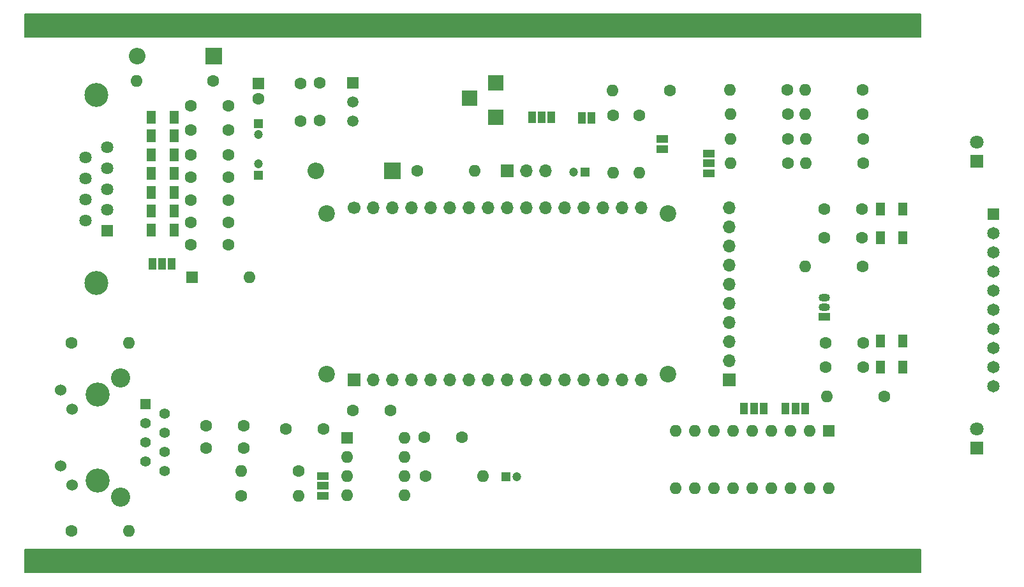
<source format=gbr>
G04 #@! TF.GenerationSoftware,KiCad,Pcbnew,(6.0.0)*
G04 #@! TF.CreationDate,2022-02-05T21:05:29-08:00*
G04 #@! TF.ProjectId,Duo2_Direwolf,44756f32-5f44-4697-9265-776f6c662e6b,rev?*
G04 #@! TF.SameCoordinates,Original*
G04 #@! TF.FileFunction,Soldermask,Top*
G04 #@! TF.FilePolarity,Negative*
%FSLAX46Y46*%
G04 Gerber Fmt 4.6, Leading zero omitted, Abs format (unit mm)*
G04 Created by KiCad (PCBNEW (6.0.0)) date 2022-02-05 21:05:29*
%MOMM*%
%LPD*%
G01*
G04 APERTURE LIST*
%ADD10C,0.150000*%
%ADD11R,1.600000X1.600000*%
%ADD12O,1.600000X1.600000*%
%ADD13C,1.600000*%
%ADD14R,1.150000X1.800000*%
%ADD15R,1.700000X1.700000*%
%ADD16O,1.700000X1.700000*%
%ADD17R,2.000000X2.000000*%
%ADD18R,1.508000X1.508000*%
%ADD19C,1.508000*%
%ADD20R,1.650000X1.650000*%
%ADD21C,1.650000*%
%ADD22R,1.800000X1.800000*%
%ADD23C,1.800000*%
%ADD24C,2.200000*%
%ADD25C,1.700000*%
%ADD26R,1.500000X1.000000*%
%ADD27R,2.200000X2.200000*%
%ADD28O,2.200000X2.200000*%
%ADD29C,3.200000*%
%ADD30R,1.400000X1.400000*%
%ADD31C,1.400000*%
%ADD32C,1.530000*%
%ADD33C,2.550000*%
%ADD34R,1.200000X1.200000*%
%ADD35C,1.200000*%
%ADD36R,1.000000X1.500000*%
%ADD37R,1.500000X1.050000*%
%ADD38O,1.500000X1.050000*%
%ADD39C,3.180000*%
%ADD40R,1.635000X1.635000*%
%ADD41C,1.635000*%
G04 APERTURE END LIST*
D10*
X50000000Y-75832000D02*
X168872000Y-75832000D01*
X168872000Y-75832000D02*
X168872000Y-78880000D01*
X168872000Y-78880000D02*
X50000000Y-78880000D01*
X50000000Y-78880000D02*
X50000000Y-75832000D01*
G36*
X50000000Y-75832000D02*
G01*
X168872000Y-75832000D01*
X168872000Y-78880000D01*
X50000000Y-78880000D01*
X50000000Y-75832000D01*
G37*
X50000000Y-150000000D02*
X168872000Y-150000000D01*
X168872000Y-150000000D02*
X168872000Y-146952000D01*
X168872000Y-146952000D02*
X50000000Y-146952000D01*
X50000000Y-146952000D02*
X50000000Y-150000000D01*
G36*
X50000000Y-150000000D02*
G01*
X168872000Y-150000000D01*
X168872000Y-146952000D01*
X50000000Y-146952000D01*
X50000000Y-150000000D01*
G37*
D11*
X92720000Y-132090000D03*
D12*
X92720000Y-134630000D03*
X92720000Y-137170000D03*
X92720000Y-139710000D03*
X100340000Y-139710000D03*
X100340000Y-137170000D03*
X100340000Y-134630000D03*
X100340000Y-132090000D03*
D13*
X161252000Y-95644000D03*
D12*
X153632000Y-95644000D03*
D13*
X164046000Y-126632000D03*
D12*
X156426000Y-126632000D03*
D13*
X151252000Y-95644000D03*
D12*
X143632000Y-95644000D03*
D14*
X69788000Y-102000000D03*
X66788000Y-102000000D03*
D13*
X103000000Y-132000000D03*
X108000000Y-132000000D03*
X131560000Y-89272000D03*
D12*
X131560000Y-96892000D03*
D13*
X161192000Y-85894000D03*
D12*
X153572000Y-85894000D03*
D13*
X161085000Y-105550000D03*
X156085000Y-105550000D03*
X151252000Y-89144000D03*
D12*
X143632000Y-89144000D03*
D13*
X161250000Y-122695000D03*
X156250000Y-122695000D03*
D15*
X143505000Y-124455000D03*
D16*
X143505000Y-121915000D03*
X143505000Y-119375000D03*
X143505000Y-116835000D03*
X143505000Y-114295000D03*
X143505000Y-111755000D03*
X143505000Y-109215000D03*
X143505000Y-106675000D03*
X143505000Y-104135000D03*
X143505000Y-101595000D03*
D14*
X69788000Y-99500000D03*
X66788000Y-99500000D03*
D11*
X80988000Y-85036888D03*
D13*
X80988000Y-87036888D03*
D17*
X112500000Y-89500000D03*
D13*
X74930000Y-84722000D03*
D12*
X64770000Y-84722000D03*
D18*
X93470000Y-84976000D03*
D19*
X93470000Y-87516000D03*
X93470000Y-90056000D03*
D13*
X135598000Y-85992000D03*
D12*
X127978000Y-85992000D03*
D13*
X151192000Y-85894000D03*
D12*
X143572000Y-85894000D03*
D20*
X178500000Y-102372500D03*
D21*
X178500000Y-104912500D03*
X178500000Y-107452500D03*
X178500000Y-109992500D03*
X178500000Y-112532500D03*
X178500000Y-115072500D03*
X178500000Y-117612500D03*
X178500000Y-120152500D03*
X178500000Y-122692500D03*
X178500000Y-125232500D03*
D22*
X176335000Y-95395000D03*
D23*
X176335000Y-92855000D03*
D17*
X109000000Y-87000000D03*
D13*
X161125000Y-109360000D03*
D12*
X153505000Y-109360000D03*
D14*
X69788000Y-92000000D03*
X66788000Y-92000000D03*
D24*
X135350000Y-102290000D03*
X135350000Y-123630000D03*
X90060000Y-123630000D03*
X90060000Y-102290000D03*
D15*
X93680000Y-124430000D03*
D25*
X93680000Y-101570000D03*
D16*
X96220000Y-124430000D03*
X96220000Y-101570000D03*
X98760000Y-124430000D03*
X98760000Y-101570000D03*
X101300000Y-124430000D03*
X101300000Y-101570000D03*
X103840000Y-124430000D03*
X103840000Y-101570000D03*
X106380000Y-124430000D03*
X106380000Y-101570000D03*
X108920000Y-124430000D03*
X108920000Y-101570000D03*
X111460000Y-124430000D03*
X111460000Y-101570000D03*
X114000000Y-124430000D03*
X114000000Y-101570000D03*
X116540000Y-124430000D03*
X116540000Y-101570000D03*
X119080000Y-124430000D03*
X119080000Y-101570000D03*
X121620000Y-124430000D03*
X121620000Y-101570000D03*
X124160000Y-124430000D03*
X124160000Y-101570000D03*
X126700000Y-124430000D03*
X126700000Y-101570000D03*
X129240000Y-124430000D03*
X129240000Y-101570000D03*
X131780000Y-124430000D03*
X131780000Y-101570000D03*
D13*
X56190000Y-144500000D03*
D12*
X63810000Y-144500000D03*
D13*
X79000000Y-130500000D03*
X74000000Y-130500000D03*
X93500000Y-128500000D03*
X98500000Y-128500000D03*
X72000000Y-106500000D03*
X77000000Y-106500000D03*
X151252000Y-92394000D03*
D12*
X143632000Y-92394000D03*
D26*
X89500000Y-137200000D03*
X89500000Y-138500000D03*
X89500000Y-139800000D03*
D13*
X103190000Y-137160000D03*
D12*
X110810000Y-137160000D03*
D13*
X89584000Y-130950000D03*
X84584000Y-130950000D03*
D27*
X75080000Y-81420000D03*
D28*
X64920000Y-81420000D03*
D29*
X59675000Y-137795000D03*
X59675000Y-126365000D03*
D30*
X66025000Y-127635000D03*
D31*
X68565000Y-128905000D03*
X66025000Y-130175000D03*
X68565000Y-131445000D03*
X66025000Y-132715000D03*
X68565000Y-133985000D03*
X66025000Y-135255000D03*
X68565000Y-136525000D03*
D32*
X54775000Y-125755000D03*
X56295000Y-128295000D03*
X54775000Y-135865000D03*
X56295000Y-138405000D03*
D33*
X62725000Y-124205000D03*
X62725000Y-139955000D03*
D26*
X134560000Y-93732000D03*
X134560000Y-92432000D03*
D34*
X124310000Y-96832000D03*
D35*
X122810000Y-96832000D03*
D13*
X161250000Y-119500000D03*
X156250000Y-119500000D03*
D36*
X148050000Y-128250000D03*
X146750000Y-128250000D03*
X145450000Y-128250000D03*
X66900000Y-109000000D03*
X68200000Y-109000000D03*
X69500000Y-109000000D03*
D14*
X69788000Y-104500000D03*
X66788000Y-104500000D03*
D13*
X128060000Y-89272000D03*
D12*
X128060000Y-96892000D03*
D27*
X98768000Y-96660000D03*
D28*
X88608000Y-96660000D03*
D14*
X69788000Y-94500000D03*
X66788000Y-94500000D03*
D13*
X161192000Y-89144000D03*
D12*
X153572000Y-89144000D03*
D34*
X81000000Y-97222599D03*
D35*
X81000000Y-95722599D03*
D13*
X86322000Y-136538000D03*
D12*
X78702000Y-136538000D03*
D14*
X66788000Y-97000000D03*
X69788000Y-97000000D03*
D13*
X89116000Y-84976000D03*
X89116000Y-89976000D03*
X72000000Y-94500000D03*
X77000000Y-94500000D03*
D11*
X72190000Y-110800000D03*
D12*
X79810000Y-110800000D03*
D13*
X161085000Y-101740000D03*
X156085000Y-101740000D03*
X78702000Y-139840000D03*
D12*
X86322000Y-139840000D03*
D13*
X72000000Y-91250000D03*
X77000000Y-91250000D03*
X72000000Y-88000000D03*
X77000000Y-88000000D03*
D26*
X140752000Y-96944000D03*
X140752000Y-95644000D03*
X140752000Y-94344000D03*
D22*
X176335000Y-133495000D03*
D23*
X176335000Y-130955000D03*
D13*
X72000000Y-97500000D03*
X77000000Y-97500000D03*
X56190000Y-119500000D03*
D12*
X63810000Y-119500000D03*
D15*
X114023000Y-96660000D03*
D16*
X116563000Y-96660000D03*
X119103000Y-96660000D03*
D37*
X156110000Y-116020000D03*
D38*
X156110000Y-114750000D03*
X156110000Y-113480000D03*
D13*
X72000000Y-100500000D03*
X77000000Y-100500000D03*
D14*
X166500000Y-119250000D03*
X163500000Y-119250000D03*
D17*
X112500000Y-85000000D03*
D13*
X86576000Y-90016000D03*
X86576000Y-85016000D03*
D14*
X66788000Y-89500000D03*
X69788000Y-89500000D03*
X166500000Y-101740000D03*
X163500000Y-101740000D03*
D36*
X117280000Y-89548000D03*
X118580000Y-89548000D03*
X119880000Y-89548000D03*
D39*
X59467500Y-86560000D03*
X59467500Y-111560000D03*
D40*
X60887500Y-104600000D03*
D41*
X60887500Y-101830000D03*
X60887500Y-99060000D03*
X60887500Y-96290000D03*
X60887500Y-93520000D03*
X58047500Y-103215000D03*
X58047500Y-100445000D03*
X58047500Y-97675000D03*
X58047500Y-94905000D03*
D34*
X80988000Y-90349401D03*
D35*
X80988000Y-91849401D03*
D13*
X74000000Y-133500000D03*
X79000000Y-133500000D03*
X72000000Y-103500000D03*
X77000000Y-103500000D03*
D14*
X166500000Y-105550000D03*
X163500000Y-105550000D03*
D36*
X123910000Y-89582000D03*
X125210000Y-89582000D03*
D13*
X102070000Y-96660000D03*
D12*
X109690000Y-96660000D03*
D14*
X166500000Y-122695000D03*
X163500000Y-122695000D03*
D34*
X113793401Y-137300000D03*
D35*
X115293401Y-137300000D03*
D36*
X153550000Y-128250000D03*
X152250000Y-128250000D03*
X150950000Y-128250000D03*
D13*
X161252000Y-92394000D03*
D12*
X153632000Y-92394000D03*
D11*
X156680000Y-131204000D03*
D12*
X154140000Y-131204000D03*
X151600000Y-131204000D03*
X149060000Y-131204000D03*
X146520000Y-131204000D03*
X143980000Y-131204000D03*
X141440000Y-131204000D03*
X138900000Y-131204000D03*
X136360000Y-131204000D03*
X136360000Y-138824000D03*
X138900000Y-138824000D03*
X141440000Y-138824000D03*
X143980000Y-138824000D03*
X146520000Y-138824000D03*
X149060000Y-138824000D03*
X151600000Y-138824000D03*
X154140000Y-138824000D03*
X156680000Y-138824000D03*
M02*

</source>
